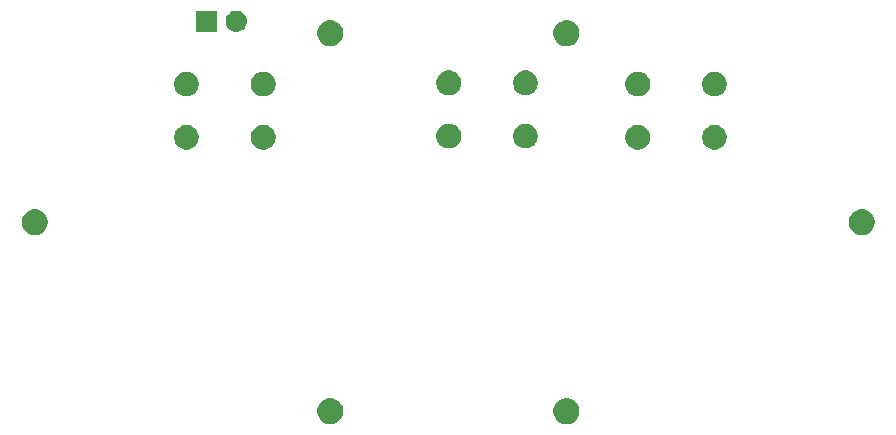
<source format=gbr>
G04 #@! TF.GenerationSoftware,KiCad,Pcbnew,(5.1.4-0)*
G04 #@! TF.CreationDate,2022-06-22T14:12:09-04:00*
G04 #@! TF.ProjectId,wheeler_lights,77686565-6c65-4725-9f6c-69676874732e,rev?*
G04 #@! TF.SameCoordinates,Original*
G04 #@! TF.FileFunction,Soldermask,Bot*
G04 #@! TF.FilePolarity,Negative*
%FSLAX46Y46*%
G04 Gerber Fmt 4.6, Leading zero omitted, Abs format (unit mm)*
G04 Created by KiCad (PCBNEW (5.1.4-0)) date 2022-06-22 14:12:09*
%MOMM*%
%LPD*%
G04 APERTURE LIST*
%ADD10C,0.100000*%
G04 APERTURE END LIST*
D10*
G36*
X92714795Y-67920156D02*
G01*
X92821150Y-67941311D01*
X92921334Y-67982809D01*
X93021520Y-68024307D01*
X93201844Y-68144795D01*
X93355205Y-68298156D01*
X93475693Y-68478480D01*
X93558689Y-68678851D01*
X93601000Y-68891560D01*
X93601000Y-69108440D01*
X93558689Y-69321149D01*
X93475693Y-69521520D01*
X93355205Y-69701844D01*
X93201844Y-69855205D01*
X93021520Y-69975693D01*
X92821150Y-70058689D01*
X92714794Y-70079845D01*
X92608440Y-70101000D01*
X92391560Y-70101000D01*
X92285206Y-70079845D01*
X92178850Y-70058689D01*
X91978480Y-69975693D01*
X91798156Y-69855205D01*
X91644795Y-69701844D01*
X91524307Y-69521520D01*
X91441311Y-69321149D01*
X91399000Y-69108440D01*
X91399000Y-68891560D01*
X91441311Y-68678851D01*
X91524307Y-68478480D01*
X91644795Y-68298156D01*
X91798156Y-68144795D01*
X91978480Y-68024307D01*
X92078666Y-67982809D01*
X92178850Y-67941311D01*
X92285205Y-67920156D01*
X92391560Y-67899000D01*
X92608440Y-67899000D01*
X92714795Y-67920156D01*
X92714795Y-67920156D01*
G37*
G36*
X72714795Y-67920156D02*
G01*
X72821150Y-67941311D01*
X72921334Y-67982809D01*
X73021520Y-68024307D01*
X73201844Y-68144795D01*
X73355205Y-68298156D01*
X73475693Y-68478480D01*
X73558689Y-68678851D01*
X73601000Y-68891560D01*
X73601000Y-69108440D01*
X73558689Y-69321149D01*
X73475693Y-69521520D01*
X73355205Y-69701844D01*
X73201844Y-69855205D01*
X73021520Y-69975693D01*
X72821150Y-70058689D01*
X72714794Y-70079845D01*
X72608440Y-70101000D01*
X72391560Y-70101000D01*
X72285206Y-70079845D01*
X72178850Y-70058689D01*
X71978480Y-69975693D01*
X71798156Y-69855205D01*
X71644795Y-69701844D01*
X71524307Y-69521520D01*
X71441311Y-69321149D01*
X71399000Y-69108440D01*
X71399000Y-68891560D01*
X71441311Y-68678851D01*
X71524307Y-68478480D01*
X71644795Y-68298156D01*
X71798156Y-68144795D01*
X71978480Y-68024307D01*
X72078666Y-67982809D01*
X72178850Y-67941311D01*
X72285205Y-67920156D01*
X72391560Y-67899000D01*
X72608440Y-67899000D01*
X72714795Y-67920156D01*
X72714795Y-67920156D01*
G37*
G36*
X117714794Y-51920155D02*
G01*
X117821150Y-51941311D01*
X118021520Y-52024307D01*
X118201844Y-52144795D01*
X118355205Y-52298156D01*
X118475693Y-52478480D01*
X118558689Y-52678851D01*
X118601000Y-52891560D01*
X118601000Y-53108440D01*
X118558689Y-53321149D01*
X118475693Y-53521520D01*
X118355205Y-53701844D01*
X118201844Y-53855205D01*
X118021520Y-53975693D01*
X117921334Y-54017191D01*
X117821150Y-54058689D01*
X117714794Y-54079845D01*
X117608440Y-54101000D01*
X117391560Y-54101000D01*
X117285206Y-54079845D01*
X117178850Y-54058689D01*
X116978480Y-53975693D01*
X116798156Y-53855205D01*
X116644795Y-53701844D01*
X116524307Y-53521520D01*
X116441311Y-53321149D01*
X116399000Y-53108440D01*
X116399000Y-52891560D01*
X116441311Y-52678851D01*
X116524307Y-52478480D01*
X116644795Y-52298156D01*
X116798156Y-52144795D01*
X116978480Y-52024307D01*
X117178850Y-51941311D01*
X117285205Y-51920156D01*
X117391560Y-51899000D01*
X117608440Y-51899000D01*
X117714794Y-51920155D01*
X117714794Y-51920155D01*
G37*
G36*
X47714794Y-51920155D02*
G01*
X47821150Y-51941311D01*
X48021520Y-52024307D01*
X48201844Y-52144795D01*
X48355205Y-52298156D01*
X48475693Y-52478480D01*
X48558689Y-52678851D01*
X48601000Y-52891560D01*
X48601000Y-53108440D01*
X48558689Y-53321149D01*
X48475693Y-53521520D01*
X48355205Y-53701844D01*
X48201844Y-53855205D01*
X48021520Y-53975693D01*
X47921334Y-54017191D01*
X47821150Y-54058689D01*
X47714794Y-54079845D01*
X47608440Y-54101000D01*
X47391560Y-54101000D01*
X47285206Y-54079845D01*
X47178850Y-54058689D01*
X46978480Y-53975693D01*
X46798156Y-53855205D01*
X46644795Y-53701844D01*
X46524307Y-53521520D01*
X46441311Y-53321149D01*
X46399000Y-53108440D01*
X46399000Y-52891560D01*
X46441311Y-52678851D01*
X46524307Y-52478480D01*
X46644795Y-52298156D01*
X46798156Y-52144795D01*
X46978480Y-52024307D01*
X47178850Y-51941311D01*
X47285205Y-51920156D01*
X47391560Y-51899000D01*
X47608440Y-51899000D01*
X47714794Y-51920155D01*
X47714794Y-51920155D01*
G37*
G36*
X98836564Y-44804389D02*
G01*
X99027833Y-44883615D01*
X99027835Y-44883616D01*
X99199973Y-44998635D01*
X99346365Y-45145027D01*
X99461385Y-45317167D01*
X99540611Y-45508436D01*
X99581000Y-45711484D01*
X99581000Y-45918516D01*
X99540611Y-46121564D01*
X99502806Y-46212833D01*
X99461384Y-46312835D01*
X99346365Y-46484973D01*
X99199973Y-46631365D01*
X99027835Y-46746384D01*
X99027834Y-46746385D01*
X99027833Y-46746385D01*
X98836564Y-46825611D01*
X98633516Y-46866000D01*
X98426484Y-46866000D01*
X98223436Y-46825611D01*
X98032167Y-46746385D01*
X98032166Y-46746385D01*
X98032165Y-46746384D01*
X97860027Y-46631365D01*
X97713635Y-46484973D01*
X97598616Y-46312835D01*
X97557194Y-46212833D01*
X97519389Y-46121564D01*
X97479000Y-45918516D01*
X97479000Y-45711484D01*
X97519389Y-45508436D01*
X97598615Y-45317167D01*
X97713635Y-45145027D01*
X97860027Y-44998635D01*
X98032165Y-44883616D01*
X98032167Y-44883615D01*
X98223436Y-44804389D01*
X98426484Y-44764000D01*
X98633516Y-44764000D01*
X98836564Y-44804389D01*
X98836564Y-44804389D01*
G37*
G36*
X105336564Y-44804389D02*
G01*
X105527833Y-44883615D01*
X105527835Y-44883616D01*
X105699973Y-44998635D01*
X105846365Y-45145027D01*
X105961385Y-45317167D01*
X106040611Y-45508436D01*
X106081000Y-45711484D01*
X106081000Y-45918516D01*
X106040611Y-46121564D01*
X106002806Y-46212833D01*
X105961384Y-46312835D01*
X105846365Y-46484973D01*
X105699973Y-46631365D01*
X105527835Y-46746384D01*
X105527834Y-46746385D01*
X105527833Y-46746385D01*
X105336564Y-46825611D01*
X105133516Y-46866000D01*
X104926484Y-46866000D01*
X104723436Y-46825611D01*
X104532167Y-46746385D01*
X104532166Y-46746385D01*
X104532165Y-46746384D01*
X104360027Y-46631365D01*
X104213635Y-46484973D01*
X104098616Y-46312835D01*
X104057194Y-46212833D01*
X104019389Y-46121564D01*
X103979000Y-45918516D01*
X103979000Y-45711484D01*
X104019389Y-45508436D01*
X104098615Y-45317167D01*
X104213635Y-45145027D01*
X104360027Y-44998635D01*
X104532165Y-44883616D01*
X104532167Y-44883615D01*
X104723436Y-44804389D01*
X104926484Y-44764000D01*
X105133516Y-44764000D01*
X105336564Y-44804389D01*
X105336564Y-44804389D01*
G37*
G36*
X60636564Y-44804389D02*
G01*
X60827833Y-44883615D01*
X60827835Y-44883616D01*
X60999973Y-44998635D01*
X61146365Y-45145027D01*
X61261385Y-45317167D01*
X61340611Y-45508436D01*
X61381000Y-45711484D01*
X61381000Y-45918516D01*
X61340611Y-46121564D01*
X61302806Y-46212833D01*
X61261384Y-46312835D01*
X61146365Y-46484973D01*
X60999973Y-46631365D01*
X60827835Y-46746384D01*
X60827834Y-46746385D01*
X60827833Y-46746385D01*
X60636564Y-46825611D01*
X60433516Y-46866000D01*
X60226484Y-46866000D01*
X60023436Y-46825611D01*
X59832167Y-46746385D01*
X59832166Y-46746385D01*
X59832165Y-46746384D01*
X59660027Y-46631365D01*
X59513635Y-46484973D01*
X59398616Y-46312835D01*
X59357194Y-46212833D01*
X59319389Y-46121564D01*
X59279000Y-45918516D01*
X59279000Y-45711484D01*
X59319389Y-45508436D01*
X59398615Y-45317167D01*
X59513635Y-45145027D01*
X59660027Y-44998635D01*
X59832165Y-44883616D01*
X59832167Y-44883615D01*
X60023436Y-44804389D01*
X60226484Y-44764000D01*
X60433516Y-44764000D01*
X60636564Y-44804389D01*
X60636564Y-44804389D01*
G37*
G36*
X67136564Y-44804389D02*
G01*
X67327833Y-44883615D01*
X67327835Y-44883616D01*
X67499973Y-44998635D01*
X67646365Y-45145027D01*
X67761385Y-45317167D01*
X67840611Y-45508436D01*
X67881000Y-45711484D01*
X67881000Y-45918516D01*
X67840611Y-46121564D01*
X67802806Y-46212833D01*
X67761384Y-46312835D01*
X67646365Y-46484973D01*
X67499973Y-46631365D01*
X67327835Y-46746384D01*
X67327834Y-46746385D01*
X67327833Y-46746385D01*
X67136564Y-46825611D01*
X66933516Y-46866000D01*
X66726484Y-46866000D01*
X66523436Y-46825611D01*
X66332167Y-46746385D01*
X66332166Y-46746385D01*
X66332165Y-46746384D01*
X66160027Y-46631365D01*
X66013635Y-46484973D01*
X65898616Y-46312835D01*
X65857194Y-46212833D01*
X65819389Y-46121564D01*
X65779000Y-45918516D01*
X65779000Y-45711484D01*
X65819389Y-45508436D01*
X65898615Y-45317167D01*
X66013635Y-45145027D01*
X66160027Y-44998635D01*
X66332165Y-44883616D01*
X66332167Y-44883615D01*
X66523436Y-44804389D01*
X66726484Y-44764000D01*
X66933516Y-44764000D01*
X67136564Y-44804389D01*
X67136564Y-44804389D01*
G37*
G36*
X82836564Y-44704389D02*
G01*
X83027833Y-44783615D01*
X83027835Y-44783616D01*
X83058924Y-44804389D01*
X83199973Y-44898635D01*
X83346365Y-45045027D01*
X83461385Y-45217167D01*
X83540611Y-45408436D01*
X83581000Y-45611484D01*
X83581000Y-45818516D01*
X83540611Y-46021564D01*
X83499189Y-46121565D01*
X83461384Y-46212835D01*
X83346365Y-46384973D01*
X83199973Y-46531365D01*
X83027835Y-46646384D01*
X83027834Y-46646385D01*
X83027833Y-46646385D01*
X82836564Y-46725611D01*
X82633516Y-46766000D01*
X82426484Y-46766000D01*
X82223436Y-46725611D01*
X82032167Y-46646385D01*
X82032166Y-46646385D01*
X82032165Y-46646384D01*
X81860027Y-46531365D01*
X81713635Y-46384973D01*
X81598616Y-46212835D01*
X81560811Y-46121565D01*
X81519389Y-46021564D01*
X81479000Y-45818516D01*
X81479000Y-45611484D01*
X81519389Y-45408436D01*
X81598615Y-45217167D01*
X81713635Y-45045027D01*
X81860027Y-44898635D01*
X82001076Y-44804389D01*
X82032165Y-44783616D01*
X82032167Y-44783615D01*
X82223436Y-44704389D01*
X82426484Y-44664000D01*
X82633516Y-44664000D01*
X82836564Y-44704389D01*
X82836564Y-44704389D01*
G37*
G36*
X89336564Y-44704389D02*
G01*
X89527833Y-44783615D01*
X89527835Y-44783616D01*
X89558924Y-44804389D01*
X89699973Y-44898635D01*
X89846365Y-45045027D01*
X89961385Y-45217167D01*
X90040611Y-45408436D01*
X90081000Y-45611484D01*
X90081000Y-45818516D01*
X90040611Y-46021564D01*
X89999189Y-46121565D01*
X89961384Y-46212835D01*
X89846365Y-46384973D01*
X89699973Y-46531365D01*
X89527835Y-46646384D01*
X89527834Y-46646385D01*
X89527833Y-46646385D01*
X89336564Y-46725611D01*
X89133516Y-46766000D01*
X88926484Y-46766000D01*
X88723436Y-46725611D01*
X88532167Y-46646385D01*
X88532166Y-46646385D01*
X88532165Y-46646384D01*
X88360027Y-46531365D01*
X88213635Y-46384973D01*
X88098616Y-46212835D01*
X88060811Y-46121565D01*
X88019389Y-46021564D01*
X87979000Y-45818516D01*
X87979000Y-45611484D01*
X88019389Y-45408436D01*
X88098615Y-45217167D01*
X88213635Y-45045027D01*
X88360027Y-44898635D01*
X88501076Y-44804389D01*
X88532165Y-44783616D01*
X88532167Y-44783615D01*
X88723436Y-44704389D01*
X88926484Y-44664000D01*
X89133516Y-44664000D01*
X89336564Y-44704389D01*
X89336564Y-44704389D01*
G37*
G36*
X105336564Y-40304389D02*
G01*
X105527833Y-40383615D01*
X105527835Y-40383616D01*
X105699973Y-40498635D01*
X105846365Y-40645027D01*
X105961385Y-40817167D01*
X106040611Y-41008436D01*
X106081000Y-41211484D01*
X106081000Y-41418516D01*
X106040611Y-41621564D01*
X106002806Y-41712833D01*
X105961384Y-41812835D01*
X105846365Y-41984973D01*
X105699973Y-42131365D01*
X105527835Y-42246384D01*
X105527834Y-42246385D01*
X105527833Y-42246385D01*
X105336564Y-42325611D01*
X105133516Y-42366000D01*
X104926484Y-42366000D01*
X104723436Y-42325611D01*
X104532167Y-42246385D01*
X104532166Y-42246385D01*
X104532165Y-42246384D01*
X104360027Y-42131365D01*
X104213635Y-41984973D01*
X104098616Y-41812835D01*
X104057194Y-41712833D01*
X104019389Y-41621564D01*
X103979000Y-41418516D01*
X103979000Y-41211484D01*
X104019389Y-41008436D01*
X104098615Y-40817167D01*
X104213635Y-40645027D01*
X104360027Y-40498635D01*
X104532165Y-40383616D01*
X104532167Y-40383615D01*
X104723436Y-40304389D01*
X104926484Y-40264000D01*
X105133516Y-40264000D01*
X105336564Y-40304389D01*
X105336564Y-40304389D01*
G37*
G36*
X98836564Y-40304389D02*
G01*
X99027833Y-40383615D01*
X99027835Y-40383616D01*
X99199973Y-40498635D01*
X99346365Y-40645027D01*
X99461385Y-40817167D01*
X99540611Y-41008436D01*
X99581000Y-41211484D01*
X99581000Y-41418516D01*
X99540611Y-41621564D01*
X99502806Y-41712833D01*
X99461384Y-41812835D01*
X99346365Y-41984973D01*
X99199973Y-42131365D01*
X99027835Y-42246384D01*
X99027834Y-42246385D01*
X99027833Y-42246385D01*
X98836564Y-42325611D01*
X98633516Y-42366000D01*
X98426484Y-42366000D01*
X98223436Y-42325611D01*
X98032167Y-42246385D01*
X98032166Y-42246385D01*
X98032165Y-42246384D01*
X97860027Y-42131365D01*
X97713635Y-41984973D01*
X97598616Y-41812835D01*
X97557194Y-41712833D01*
X97519389Y-41621564D01*
X97479000Y-41418516D01*
X97479000Y-41211484D01*
X97519389Y-41008436D01*
X97598615Y-40817167D01*
X97713635Y-40645027D01*
X97860027Y-40498635D01*
X98032165Y-40383616D01*
X98032167Y-40383615D01*
X98223436Y-40304389D01*
X98426484Y-40264000D01*
X98633516Y-40264000D01*
X98836564Y-40304389D01*
X98836564Y-40304389D01*
G37*
G36*
X67136564Y-40304389D02*
G01*
X67327833Y-40383615D01*
X67327835Y-40383616D01*
X67499973Y-40498635D01*
X67646365Y-40645027D01*
X67761385Y-40817167D01*
X67840611Y-41008436D01*
X67881000Y-41211484D01*
X67881000Y-41418516D01*
X67840611Y-41621564D01*
X67802806Y-41712833D01*
X67761384Y-41812835D01*
X67646365Y-41984973D01*
X67499973Y-42131365D01*
X67327835Y-42246384D01*
X67327834Y-42246385D01*
X67327833Y-42246385D01*
X67136564Y-42325611D01*
X66933516Y-42366000D01*
X66726484Y-42366000D01*
X66523436Y-42325611D01*
X66332167Y-42246385D01*
X66332166Y-42246385D01*
X66332165Y-42246384D01*
X66160027Y-42131365D01*
X66013635Y-41984973D01*
X65898616Y-41812835D01*
X65857194Y-41712833D01*
X65819389Y-41621564D01*
X65779000Y-41418516D01*
X65779000Y-41211484D01*
X65819389Y-41008436D01*
X65898615Y-40817167D01*
X66013635Y-40645027D01*
X66160027Y-40498635D01*
X66332165Y-40383616D01*
X66332167Y-40383615D01*
X66523436Y-40304389D01*
X66726484Y-40264000D01*
X66933516Y-40264000D01*
X67136564Y-40304389D01*
X67136564Y-40304389D01*
G37*
G36*
X60636564Y-40304389D02*
G01*
X60827833Y-40383615D01*
X60827835Y-40383616D01*
X60999973Y-40498635D01*
X61146365Y-40645027D01*
X61261385Y-40817167D01*
X61340611Y-41008436D01*
X61381000Y-41211484D01*
X61381000Y-41418516D01*
X61340611Y-41621564D01*
X61302806Y-41712833D01*
X61261384Y-41812835D01*
X61146365Y-41984973D01*
X60999973Y-42131365D01*
X60827835Y-42246384D01*
X60827834Y-42246385D01*
X60827833Y-42246385D01*
X60636564Y-42325611D01*
X60433516Y-42366000D01*
X60226484Y-42366000D01*
X60023436Y-42325611D01*
X59832167Y-42246385D01*
X59832166Y-42246385D01*
X59832165Y-42246384D01*
X59660027Y-42131365D01*
X59513635Y-41984973D01*
X59398616Y-41812835D01*
X59357194Y-41712833D01*
X59319389Y-41621564D01*
X59279000Y-41418516D01*
X59279000Y-41211484D01*
X59319389Y-41008436D01*
X59398615Y-40817167D01*
X59513635Y-40645027D01*
X59660027Y-40498635D01*
X59832165Y-40383616D01*
X59832167Y-40383615D01*
X60023436Y-40304389D01*
X60226484Y-40264000D01*
X60433516Y-40264000D01*
X60636564Y-40304389D01*
X60636564Y-40304389D01*
G37*
G36*
X89336564Y-40204389D02*
G01*
X89527833Y-40283615D01*
X89527835Y-40283616D01*
X89558924Y-40304389D01*
X89699973Y-40398635D01*
X89846365Y-40545027D01*
X89961385Y-40717167D01*
X90040611Y-40908436D01*
X90081000Y-41111484D01*
X90081000Y-41318516D01*
X90040611Y-41521564D01*
X89999189Y-41621565D01*
X89961384Y-41712835D01*
X89846365Y-41884973D01*
X89699973Y-42031365D01*
X89527835Y-42146384D01*
X89527834Y-42146385D01*
X89527833Y-42146385D01*
X89336564Y-42225611D01*
X89133516Y-42266000D01*
X88926484Y-42266000D01*
X88723436Y-42225611D01*
X88532167Y-42146385D01*
X88532166Y-42146385D01*
X88532165Y-42146384D01*
X88360027Y-42031365D01*
X88213635Y-41884973D01*
X88098616Y-41712835D01*
X88060811Y-41621565D01*
X88019389Y-41521564D01*
X87979000Y-41318516D01*
X87979000Y-41111484D01*
X88019389Y-40908436D01*
X88098615Y-40717167D01*
X88213635Y-40545027D01*
X88360027Y-40398635D01*
X88501076Y-40304389D01*
X88532165Y-40283616D01*
X88532167Y-40283615D01*
X88723436Y-40204389D01*
X88926484Y-40164000D01*
X89133516Y-40164000D01*
X89336564Y-40204389D01*
X89336564Y-40204389D01*
G37*
G36*
X82836564Y-40204389D02*
G01*
X83027833Y-40283615D01*
X83027835Y-40283616D01*
X83058924Y-40304389D01*
X83199973Y-40398635D01*
X83346365Y-40545027D01*
X83461385Y-40717167D01*
X83540611Y-40908436D01*
X83581000Y-41111484D01*
X83581000Y-41318516D01*
X83540611Y-41521564D01*
X83499189Y-41621565D01*
X83461384Y-41712835D01*
X83346365Y-41884973D01*
X83199973Y-42031365D01*
X83027835Y-42146384D01*
X83027834Y-42146385D01*
X83027833Y-42146385D01*
X82836564Y-42225611D01*
X82633516Y-42266000D01*
X82426484Y-42266000D01*
X82223436Y-42225611D01*
X82032167Y-42146385D01*
X82032166Y-42146385D01*
X82032165Y-42146384D01*
X81860027Y-42031365D01*
X81713635Y-41884973D01*
X81598616Y-41712835D01*
X81560811Y-41621565D01*
X81519389Y-41521564D01*
X81479000Y-41318516D01*
X81479000Y-41111484D01*
X81519389Y-40908436D01*
X81598615Y-40717167D01*
X81713635Y-40545027D01*
X81860027Y-40398635D01*
X82001076Y-40304389D01*
X82032165Y-40283616D01*
X82032167Y-40283615D01*
X82223436Y-40204389D01*
X82426484Y-40164000D01*
X82633516Y-40164000D01*
X82836564Y-40204389D01*
X82836564Y-40204389D01*
G37*
G36*
X72714795Y-35920156D02*
G01*
X72821150Y-35941311D01*
X72921334Y-35982809D01*
X73021520Y-36024307D01*
X73201844Y-36144795D01*
X73355205Y-36298156D01*
X73475693Y-36478480D01*
X73558689Y-36678851D01*
X73601000Y-36891560D01*
X73601000Y-37108440D01*
X73558689Y-37321149D01*
X73475693Y-37521520D01*
X73355205Y-37701844D01*
X73201844Y-37855205D01*
X73021520Y-37975693D01*
X72921334Y-38017191D01*
X72821150Y-38058689D01*
X72714794Y-38079845D01*
X72608440Y-38101000D01*
X72391560Y-38101000D01*
X72285206Y-38079845D01*
X72178850Y-38058689D01*
X71978480Y-37975693D01*
X71798156Y-37855205D01*
X71644795Y-37701844D01*
X71524307Y-37521520D01*
X71441311Y-37321149D01*
X71399000Y-37108440D01*
X71399000Y-36891560D01*
X71441311Y-36678851D01*
X71524307Y-36478480D01*
X71644795Y-36298156D01*
X71798156Y-36144795D01*
X71978480Y-36024307D01*
X72178850Y-35941311D01*
X72285205Y-35920156D01*
X72391560Y-35899000D01*
X72608440Y-35899000D01*
X72714795Y-35920156D01*
X72714795Y-35920156D01*
G37*
G36*
X92714795Y-35920156D02*
G01*
X92821150Y-35941311D01*
X92921334Y-35982809D01*
X93021520Y-36024307D01*
X93201844Y-36144795D01*
X93355205Y-36298156D01*
X93475693Y-36478480D01*
X93558689Y-36678851D01*
X93601000Y-36891560D01*
X93601000Y-37108440D01*
X93558689Y-37321149D01*
X93475693Y-37521520D01*
X93355205Y-37701844D01*
X93201844Y-37855205D01*
X93021520Y-37975693D01*
X92921334Y-38017191D01*
X92821150Y-38058689D01*
X92714794Y-38079845D01*
X92608440Y-38101000D01*
X92391560Y-38101000D01*
X92285206Y-38079845D01*
X92178850Y-38058689D01*
X91978480Y-37975693D01*
X91798156Y-37855205D01*
X91644795Y-37701844D01*
X91524307Y-37521520D01*
X91441311Y-37321149D01*
X91399000Y-37108440D01*
X91399000Y-36891560D01*
X91441311Y-36678851D01*
X91524307Y-36478480D01*
X91644795Y-36298156D01*
X91798156Y-36144795D01*
X91978480Y-36024307D01*
X92178850Y-35941311D01*
X92285205Y-35920156D01*
X92391560Y-35899000D01*
X92608440Y-35899000D01*
X92714795Y-35920156D01*
X92714795Y-35920156D01*
G37*
G36*
X62901000Y-36901000D02*
G01*
X61099000Y-36901000D01*
X61099000Y-35099000D01*
X62901000Y-35099000D01*
X62901000Y-36901000D01*
X62901000Y-36901000D01*
G37*
G36*
X64650442Y-35105518D02*
G01*
X64716627Y-35112037D01*
X64886466Y-35163557D01*
X65042991Y-35247222D01*
X65078729Y-35276552D01*
X65180186Y-35359814D01*
X65263448Y-35461271D01*
X65292778Y-35497009D01*
X65376443Y-35653534D01*
X65427963Y-35823373D01*
X65445359Y-36000000D01*
X65427963Y-36176627D01*
X65376443Y-36346466D01*
X65292778Y-36502991D01*
X65263448Y-36538729D01*
X65180186Y-36640186D01*
X65078729Y-36723448D01*
X65042991Y-36752778D01*
X64886466Y-36836443D01*
X64716627Y-36887963D01*
X64650443Y-36894481D01*
X64584260Y-36901000D01*
X64495740Y-36901000D01*
X64429557Y-36894481D01*
X64363373Y-36887963D01*
X64193534Y-36836443D01*
X64037009Y-36752778D01*
X64001271Y-36723448D01*
X63899814Y-36640186D01*
X63816552Y-36538729D01*
X63787222Y-36502991D01*
X63703557Y-36346466D01*
X63652037Y-36176627D01*
X63634641Y-36000000D01*
X63652037Y-35823373D01*
X63703557Y-35653534D01*
X63787222Y-35497009D01*
X63816552Y-35461271D01*
X63899814Y-35359814D01*
X64001271Y-35276552D01*
X64037009Y-35247222D01*
X64193534Y-35163557D01*
X64363373Y-35112037D01*
X64429558Y-35105518D01*
X64495740Y-35099000D01*
X64584260Y-35099000D01*
X64650442Y-35105518D01*
X64650442Y-35105518D01*
G37*
M02*

</source>
